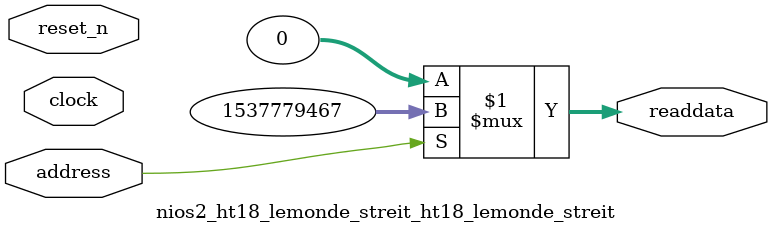
<source format=v>

`timescale 1ns / 1ps
// synthesis translate_on

// turn off superfluous verilog processor warnings 
// altera message_level Level1 
// altera message_off 10034 10035 10036 10037 10230 10240 10030 

module nios2_ht18_lemonde_streit_ht18_lemonde_streit (
               // inputs:
                address,
                clock,
                reset_n,

               // outputs:
                readdata
             )
;

  output  [ 31: 0] readdata;
  input            address;
  input            clock;
  input            reset_n;

  wire    [ 31: 0] readdata;
  //control_slave, which is an e_avalon_slave
  assign readdata = address ? 1537779467 : 0;

endmodule




</source>
